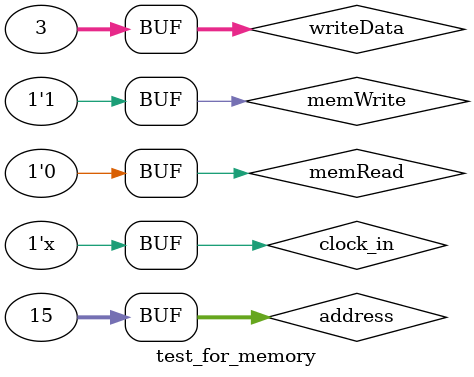
<source format=v>
`timescale 1ns / 1ps


module test_for_memory;

	// Inputs
	reg clock_in;
	reg memWrite;
	reg memRead;
	reg [31:0] address;
	reg [31:0] writeData;

	// Outputs
	wire [31:0] readData;

	// Instantiate the Unit Under Test (UUT)
	data_memory uut (
		.clock_in(clock_in), 
		.memWrite(memWrite), 
		.memRead(memRead), 
		.address(address), 
		.readData(readData), 
		.writeData(writeData)
	);

	initial begin
		// Initialize Inputs
		clock_in = 0;
		memWrite = 0;
		memRead = 0;
		address = 0;
		writeData = 0;

		// Wait 100 ns for global reset to finish
		#100;
		
		#185;
		memWrite=1'b1;
		address=32'h0000000F;
		memRead=1'b0;
		writeData=32'h00000003;
		
		
        
		// Add stimulus here

	end
	
	always #100 clock_in=~clock_in;
      
endmodule


</source>
